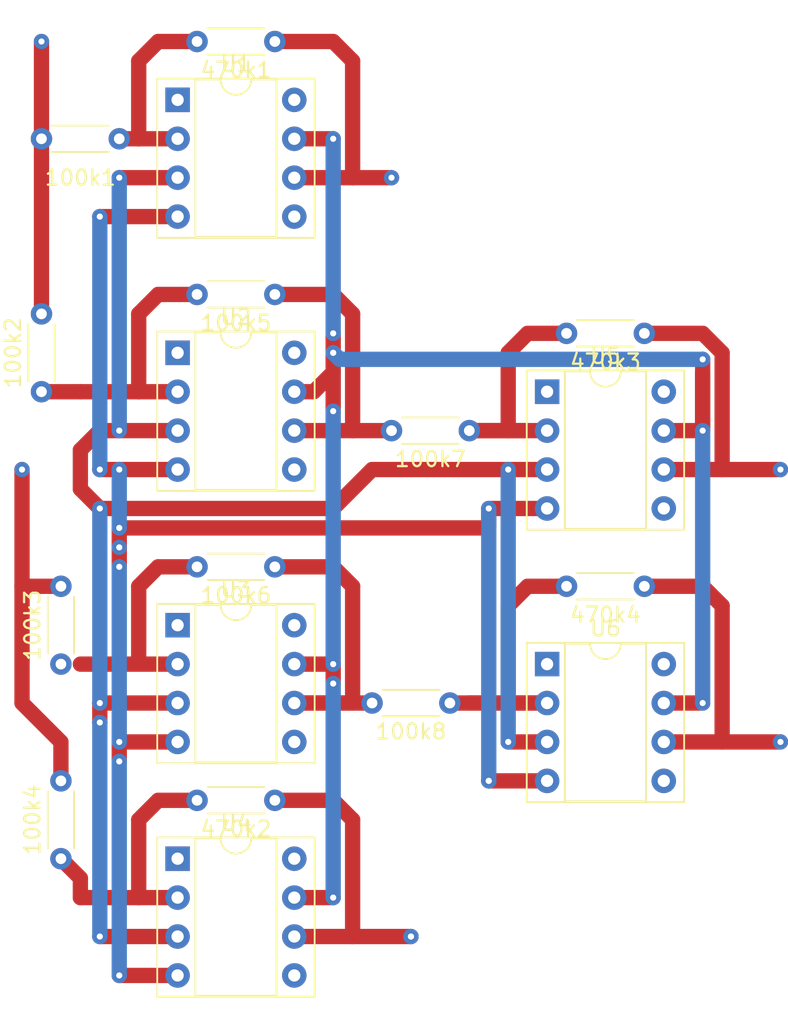
<source format=kicad_pcb>
(kicad_pcb (version 20171130) (host pcbnew "(5.0.0)")

  (general
    (thickness 1.6)
    (drawings 0)
    (tracks 166)
    (zones 0)
    (modules 18)
    (nets 36)
  )

  (page A4)
  (layers
    (0 F.Cu signal)
    (31 B.Cu signal)
    (32 B.Adhes user)
    (33 F.Adhes user)
    (34 B.Paste user)
    (35 F.Paste user)
    (36 B.SilkS user)
    (37 F.SilkS user)
    (38 B.Mask user)
    (39 F.Mask user)
    (40 Dwgs.User user)
    (41 Cmts.User user)
    (42 Eco1.User user)
    (43 Eco2.User user)
    (44 Edge.Cuts user)
    (45 Margin user)
    (46 B.CrtYd user)
    (47 F.CrtYd user)
    (48 B.Fab user)
    (49 F.Fab user)
  )

  (setup
    (last_trace_width 1)
    (trace_clearance 0.2)
    (zone_clearance 0.508)
    (zone_45_only no)
    (trace_min 0.2)
    (segment_width 0.2)
    (edge_width 0.15)
    (via_size 1)
    (via_drill 0.4)
    (via_min_size 0.4)
    (via_min_drill 0.3)
    (uvia_size 0.3)
    (uvia_drill 0.1)
    (uvias_allowed no)
    (uvia_min_size 0.2)
    (uvia_min_drill 0.1)
    (pcb_text_width 0.3)
    (pcb_text_size 1.5 1.5)
    (mod_edge_width 0.15)
    (mod_text_size 1 1)
    (mod_text_width 0.15)
    (pad_size 1.524 1.524)
    (pad_drill 0.762)
    (pad_to_mask_clearance 0.2)
    (aux_axis_origin 0 0)
    (visible_elements 7FFFFFFF)
    (pcbplotparams
      (layerselection 0x010fc_ffffffff)
      (usegerberextensions false)
      (usegerberattributes false)
      (usegerberadvancedattributes false)
      (creategerberjobfile false)
      (excludeedgelayer true)
      (linewidth 0.100000)
      (plotframeref false)
      (viasonmask false)
      (mode 1)
      (useauxorigin false)
      (hpglpennumber 1)
      (hpglpenspeed 20)
      (hpglpendiameter 15.000000)
      (psnegative false)
      (psa4output false)
      (plotreference true)
      (plotvalue true)
      (plotinvisibletext false)
      (padsonsilk false)
      (subtractmaskfromsilk false)
      (outputformat 1)
      (mirror false)
      (drillshape 1)
      (scaleselection 1)
      (outputdirectory ""))
  )

  (net 0 "")
  (net 1 "Net-(100k1-Pad2)")
  (net 2 "Net-(100k1-Pad1)")
  (net 3 "Net-(100k2-Pad1)")
  (net 4 "Net-(100k3-Pad1)")
  (net 5 "Net-(100k3-Pad2)")
  (net 6 "Net-(100k4-Pad1)")
  (net 7 "Net-(100k5-Pad1)")
  (net 8 "Net-(100k6-Pad1)")
  (net 9 "Net-(100k7-Pad1)")
  (net 10 "Net-(100k8-Pad1)")
  (net 11 "Net-(470k1-Pad1)")
  (net 12 "Net-(470k2-Pad1)")
  (net 13 "Net-(470k3-Pad1)")
  (net 14 "Net-(470k4-Pad1)")
  (net 15 "Net-(U1-Pad1)")
  (net 16 "Net-(U1-Pad5)")
  (net 17 Earth)
  (net 18 +15V)
  (net 19 -15V)
  (net 20 "Net-(U1-Pad8)")
  (net 21 "Net-(U2-Pad1)")
  (net 22 "Net-(U2-Pad5)")
  (net 23 "Net-(U2-Pad8)")
  (net 24 "Net-(U3-Pad8)")
  (net 25 "Net-(U3-Pad5)")
  (net 26 "Net-(U3-Pad1)")
  (net 27 "Net-(U4-Pad8)")
  (net 28 "Net-(U4-Pad5)")
  (net 29 "Net-(U4-Pad1)")
  (net 30 "Net-(U5-Pad8)")
  (net 31 "Net-(U5-Pad5)")
  (net 32 "Net-(U5-Pad1)")
  (net 33 "Net-(U6-Pad1)")
  (net 34 "Net-(U6-Pad5)")
  (net 35 "Net-(U6-Pad8)")

  (net_class Default "To jest domyślna klasa połączeń."
    (clearance 0.2)
    (trace_width 1)
    (via_dia 1)
    (via_drill 0.4)
    (uvia_dia 0.3)
    (uvia_drill 0.1)
    (add_net +15V)
    (add_net -15V)
    (add_net Earth)
    (add_net "Net-(100k1-Pad1)")
    (add_net "Net-(100k1-Pad2)")
    (add_net "Net-(100k2-Pad1)")
    (add_net "Net-(100k3-Pad1)")
    (add_net "Net-(100k3-Pad2)")
    (add_net "Net-(100k4-Pad1)")
    (add_net "Net-(100k5-Pad1)")
    (add_net "Net-(100k6-Pad1)")
    (add_net "Net-(100k7-Pad1)")
    (add_net "Net-(100k8-Pad1)")
    (add_net "Net-(470k1-Pad1)")
    (add_net "Net-(470k2-Pad1)")
    (add_net "Net-(470k3-Pad1)")
    (add_net "Net-(470k4-Pad1)")
    (add_net "Net-(U1-Pad1)")
    (add_net "Net-(U1-Pad5)")
    (add_net "Net-(U1-Pad8)")
    (add_net "Net-(U2-Pad1)")
    (add_net "Net-(U2-Pad5)")
    (add_net "Net-(U2-Pad8)")
    (add_net "Net-(U3-Pad1)")
    (add_net "Net-(U3-Pad5)")
    (add_net "Net-(U3-Pad8)")
    (add_net "Net-(U4-Pad1)")
    (add_net "Net-(U4-Pad5)")
    (add_net "Net-(U4-Pad8)")
    (add_net "Net-(U5-Pad1)")
    (add_net "Net-(U5-Pad5)")
    (add_net "Net-(U5-Pad8)")
    (add_net "Net-(U6-Pad1)")
    (add_net "Net-(U6-Pad5)")
    (add_net "Net-(U6-Pad8)")
  )

  (module Resistors_THT:R_Axial_DIN0204_L3.6mm_D1.6mm_P5.08mm_Horizontal (layer F.Cu) (tedit 5874F706) (tstamp 5BBCE2F6)
    (at 125.73 63.5 180)
    (descr "Resistor, Axial_DIN0204 series, Axial, Horizontal, pin pitch=5.08mm, 0.16666666666666666W = 1/6W, length*diameter=3.6*1.6mm^2, http://cdn-reichelt.de/documents/datenblatt/B400/1_4W%23YAG.pdf")
    (tags "Resistor Axial_DIN0204 series Axial Horizontal pin pitch 5.08mm 0.16666666666666666W = 1/6W length 3.6mm diameter 1.6mm")
    (path /5BBCD028)
    (fp_text reference 100k1 (at 2.54 -2.54 180) (layer F.SilkS)
      (effects (font (size 1 1) (thickness 0.15)))
    )
    (fp_text value R (at 2.54 1.86 180) (layer F.Fab)
      (effects (font (size 1 1) (thickness 0.15)))
    )
    (fp_line (start 6.05 -1.15) (end -0.95 -1.15) (layer F.CrtYd) (width 0.05))
    (fp_line (start 6.05 1.15) (end 6.05 -1.15) (layer F.CrtYd) (width 0.05))
    (fp_line (start -0.95 1.15) (end 6.05 1.15) (layer F.CrtYd) (width 0.05))
    (fp_line (start -0.95 -1.15) (end -0.95 1.15) (layer F.CrtYd) (width 0.05))
    (fp_line (start 0.68 0.86) (end 4.4 0.86) (layer F.SilkS) (width 0.12))
    (fp_line (start 0.68 -0.86) (end 4.4 -0.86) (layer F.SilkS) (width 0.12))
    (fp_line (start 5.08 0) (end 4.34 0) (layer F.Fab) (width 0.1))
    (fp_line (start 0 0) (end 0.74 0) (layer F.Fab) (width 0.1))
    (fp_line (start 4.34 -0.8) (end 0.74 -0.8) (layer F.Fab) (width 0.1))
    (fp_line (start 4.34 0.8) (end 4.34 -0.8) (layer F.Fab) (width 0.1))
    (fp_line (start 0.74 0.8) (end 4.34 0.8) (layer F.Fab) (width 0.1))
    (fp_line (start 0.74 -0.8) (end 0.74 0.8) (layer F.Fab) (width 0.1))
    (pad 2 thru_hole oval (at 5.08 0 180) (size 1.4 1.4) (drill 0.7) (layers *.Cu *.Mask)
      (net 1 "Net-(100k1-Pad2)"))
    (pad 1 thru_hole circle (at 0 0 180) (size 1.4 1.4) (drill 0.7) (layers *.Cu *.Mask)
      (net 2 "Net-(100k1-Pad1)"))
    (model ${KISYS3DMOD}/Resistors_THT.3dshapes/R_Axial_DIN0204_L3.6mm_D1.6mm_P5.08mm_Horizontal.wrl
      (at (xyz 0 0 0))
      (scale (xyz 0.393701 0.393701 0.393701))
      (rotate (xyz 0 0 0))
    )
  )

  (module Resistors_THT:R_Axial_DIN0204_L3.6mm_D1.6mm_P5.08mm_Horizontal (layer F.Cu) (tedit 5874F706) (tstamp 5BBCE308)
    (at 120.65 80.01 90)
    (descr "Resistor, Axial_DIN0204 series, Axial, Horizontal, pin pitch=5.08mm, 0.16666666666666666W = 1/6W, length*diameter=3.6*1.6mm^2, http://cdn-reichelt.de/documents/datenblatt/B400/1_4W%23YAG.pdf")
    (tags "Resistor Axial_DIN0204 series Axial Horizontal pin pitch 5.08mm 0.16666666666666666W = 1/6W length 3.6mm diameter 1.6mm")
    (path /5BBCE3AF)
    (fp_text reference 100k2 (at 2.54 -1.86 90) (layer F.SilkS)
      (effects (font (size 1 1) (thickness 0.15)))
    )
    (fp_text value R (at 2.54 1.86 90) (layer F.Fab)
      (effects (font (size 1 1) (thickness 0.15)))
    )
    (fp_line (start 6.05 -1.15) (end -0.95 -1.15) (layer F.CrtYd) (width 0.05))
    (fp_line (start 6.05 1.15) (end 6.05 -1.15) (layer F.CrtYd) (width 0.05))
    (fp_line (start -0.95 1.15) (end 6.05 1.15) (layer F.CrtYd) (width 0.05))
    (fp_line (start -0.95 -1.15) (end -0.95 1.15) (layer F.CrtYd) (width 0.05))
    (fp_line (start 0.68 0.86) (end 4.4 0.86) (layer F.SilkS) (width 0.12))
    (fp_line (start 0.68 -0.86) (end 4.4 -0.86) (layer F.SilkS) (width 0.12))
    (fp_line (start 5.08 0) (end 4.34 0) (layer F.Fab) (width 0.1))
    (fp_line (start 0 0) (end 0.74 0) (layer F.Fab) (width 0.1))
    (fp_line (start 4.34 -0.8) (end 0.74 -0.8) (layer F.Fab) (width 0.1))
    (fp_line (start 4.34 0.8) (end 4.34 -0.8) (layer F.Fab) (width 0.1))
    (fp_line (start 0.74 0.8) (end 4.34 0.8) (layer F.Fab) (width 0.1))
    (fp_line (start 0.74 -0.8) (end 0.74 0.8) (layer F.Fab) (width 0.1))
    (pad 2 thru_hole oval (at 5.08 0 90) (size 1.4 1.4) (drill 0.7) (layers *.Cu *.Mask)
      (net 1 "Net-(100k1-Pad2)"))
    (pad 1 thru_hole circle (at 0 0 90) (size 1.4 1.4) (drill 0.7) (layers *.Cu *.Mask)
      (net 3 "Net-(100k2-Pad1)"))
    (model ${KISYS3DMOD}/Resistors_THT.3dshapes/R_Axial_DIN0204_L3.6mm_D1.6mm_P5.08mm_Horizontal.wrl
      (at (xyz 0 0 0))
      (scale (xyz 0.393701 0.393701 0.393701))
      (rotate (xyz 0 0 0))
    )
  )

  (module Resistors_THT:R_Axial_DIN0204_L3.6mm_D1.6mm_P5.08mm_Horizontal (layer F.Cu) (tedit 5874F706) (tstamp 5BBCE31A)
    (at 121.92 97.79 90)
    (descr "Resistor, Axial_DIN0204 series, Axial, Horizontal, pin pitch=5.08mm, 0.16666666666666666W = 1/6W, length*diameter=3.6*1.6mm^2, http://cdn-reichelt.de/documents/datenblatt/B400/1_4W%23YAG.pdf")
    (tags "Resistor Axial_DIN0204 series Axial Horizontal pin pitch 5.08mm 0.16666666666666666W = 1/6W length 3.6mm diameter 1.6mm")
    (path /5BBD0B9B)
    (fp_text reference 100k3 (at 2.54 -1.86 90) (layer F.SilkS)
      (effects (font (size 1 1) (thickness 0.15)))
    )
    (fp_text value R (at 2.54 1.86 90) (layer F.Fab)
      (effects (font (size 1 1) (thickness 0.15)))
    )
    (fp_line (start 0.74 -0.8) (end 0.74 0.8) (layer F.Fab) (width 0.1))
    (fp_line (start 0.74 0.8) (end 4.34 0.8) (layer F.Fab) (width 0.1))
    (fp_line (start 4.34 0.8) (end 4.34 -0.8) (layer F.Fab) (width 0.1))
    (fp_line (start 4.34 -0.8) (end 0.74 -0.8) (layer F.Fab) (width 0.1))
    (fp_line (start 0 0) (end 0.74 0) (layer F.Fab) (width 0.1))
    (fp_line (start 5.08 0) (end 4.34 0) (layer F.Fab) (width 0.1))
    (fp_line (start 0.68 -0.86) (end 4.4 -0.86) (layer F.SilkS) (width 0.12))
    (fp_line (start 0.68 0.86) (end 4.4 0.86) (layer F.SilkS) (width 0.12))
    (fp_line (start -0.95 -1.15) (end -0.95 1.15) (layer F.CrtYd) (width 0.05))
    (fp_line (start -0.95 1.15) (end 6.05 1.15) (layer F.CrtYd) (width 0.05))
    (fp_line (start 6.05 1.15) (end 6.05 -1.15) (layer F.CrtYd) (width 0.05))
    (fp_line (start 6.05 -1.15) (end -0.95 -1.15) (layer F.CrtYd) (width 0.05))
    (pad 1 thru_hole circle (at 0 0 90) (size 1.4 1.4) (drill 0.7) (layers *.Cu *.Mask)
      (net 4 "Net-(100k3-Pad1)"))
    (pad 2 thru_hole oval (at 5.08 0 90) (size 1.4 1.4) (drill 0.7) (layers *.Cu *.Mask)
      (net 5 "Net-(100k3-Pad2)"))
    (model ${KISYS3DMOD}/Resistors_THT.3dshapes/R_Axial_DIN0204_L3.6mm_D1.6mm_P5.08mm_Horizontal.wrl
      (at (xyz 0 0 0))
      (scale (xyz 0.393701 0.393701 0.393701))
      (rotate (xyz 0 0 0))
    )
  )

  (module Resistors_THT:R_Axial_DIN0204_L3.6mm_D1.6mm_P5.08mm_Horizontal (layer F.Cu) (tedit 5874F706) (tstamp 5BBCE32C)
    (at 121.92 110.49 90)
    (descr "Resistor, Axial_DIN0204 series, Axial, Horizontal, pin pitch=5.08mm, 0.16666666666666666W = 1/6W, length*diameter=3.6*1.6mm^2, http://cdn-reichelt.de/documents/datenblatt/B400/1_4W%23YAG.pdf")
    (tags "Resistor Axial_DIN0204 series Axial Horizontal pin pitch 5.08mm 0.16666666666666666W = 1/6W length 3.6mm diameter 1.6mm")
    (path /5BBD0B76)
    (fp_text reference 100k4 (at 2.54 -1.86 90) (layer F.SilkS)
      (effects (font (size 1 1) (thickness 0.15)))
    )
    (fp_text value R (at 2.54 1.86 90) (layer F.Fab)
      (effects (font (size 1 1) (thickness 0.15)))
    )
    (fp_line (start 0.74 -0.8) (end 0.74 0.8) (layer F.Fab) (width 0.1))
    (fp_line (start 0.74 0.8) (end 4.34 0.8) (layer F.Fab) (width 0.1))
    (fp_line (start 4.34 0.8) (end 4.34 -0.8) (layer F.Fab) (width 0.1))
    (fp_line (start 4.34 -0.8) (end 0.74 -0.8) (layer F.Fab) (width 0.1))
    (fp_line (start 0 0) (end 0.74 0) (layer F.Fab) (width 0.1))
    (fp_line (start 5.08 0) (end 4.34 0) (layer F.Fab) (width 0.1))
    (fp_line (start 0.68 -0.86) (end 4.4 -0.86) (layer F.SilkS) (width 0.12))
    (fp_line (start 0.68 0.86) (end 4.4 0.86) (layer F.SilkS) (width 0.12))
    (fp_line (start -0.95 -1.15) (end -0.95 1.15) (layer F.CrtYd) (width 0.05))
    (fp_line (start -0.95 1.15) (end 6.05 1.15) (layer F.CrtYd) (width 0.05))
    (fp_line (start 6.05 1.15) (end 6.05 -1.15) (layer F.CrtYd) (width 0.05))
    (fp_line (start 6.05 -1.15) (end -0.95 -1.15) (layer F.CrtYd) (width 0.05))
    (pad 1 thru_hole circle (at 0 0 90) (size 1.4 1.4) (drill 0.7) (layers *.Cu *.Mask)
      (net 6 "Net-(100k4-Pad1)"))
    (pad 2 thru_hole oval (at 5.08 0 90) (size 1.4 1.4) (drill 0.7) (layers *.Cu *.Mask)
      (net 5 "Net-(100k3-Pad2)"))
    (model ${KISYS3DMOD}/Resistors_THT.3dshapes/R_Axial_DIN0204_L3.6mm_D1.6mm_P5.08mm_Horizontal.wrl
      (at (xyz 0 0 0))
      (scale (xyz 0.393701 0.393701 0.393701))
      (rotate (xyz 0 0 0))
    )
  )

  (module Resistors_THT:R_Axial_DIN0204_L3.6mm_D1.6mm_P5.08mm_Horizontal (layer F.Cu) (tedit 5874F706) (tstamp 5BBCE33E)
    (at 135.89 73.66 180)
    (descr "Resistor, Axial_DIN0204 series, Axial, Horizontal, pin pitch=5.08mm, 0.16666666666666666W = 1/6W, length*diameter=3.6*1.6mm^2, http://cdn-reichelt.de/documents/datenblatt/B400/1_4W%23YAG.pdf")
    (tags "Resistor Axial_DIN0204 series Axial Horizontal pin pitch 5.08mm 0.16666666666666666W = 1/6W length 3.6mm diameter 1.6mm")
    (path /5BBCEA1E)
    (fp_text reference 100k5 (at 2.54 -1.86 180) (layer F.SilkS)
      (effects (font (size 1 1) (thickness 0.15)))
    )
    (fp_text value R (at 2.54 1.86 180) (layer F.Fab)
      (effects (font (size 1 1) (thickness 0.15)))
    )
    (fp_line (start 0.74 -0.8) (end 0.74 0.8) (layer F.Fab) (width 0.1))
    (fp_line (start 0.74 0.8) (end 4.34 0.8) (layer F.Fab) (width 0.1))
    (fp_line (start 4.34 0.8) (end 4.34 -0.8) (layer F.Fab) (width 0.1))
    (fp_line (start 4.34 -0.8) (end 0.74 -0.8) (layer F.Fab) (width 0.1))
    (fp_line (start 0 0) (end 0.74 0) (layer F.Fab) (width 0.1))
    (fp_line (start 5.08 0) (end 4.34 0) (layer F.Fab) (width 0.1))
    (fp_line (start 0.68 -0.86) (end 4.4 -0.86) (layer F.SilkS) (width 0.12))
    (fp_line (start 0.68 0.86) (end 4.4 0.86) (layer F.SilkS) (width 0.12))
    (fp_line (start -0.95 -1.15) (end -0.95 1.15) (layer F.CrtYd) (width 0.05))
    (fp_line (start -0.95 1.15) (end 6.05 1.15) (layer F.CrtYd) (width 0.05))
    (fp_line (start 6.05 1.15) (end 6.05 -1.15) (layer F.CrtYd) (width 0.05))
    (fp_line (start 6.05 -1.15) (end -0.95 -1.15) (layer F.CrtYd) (width 0.05))
    (pad 1 thru_hole circle (at 0 0 180) (size 1.4 1.4) (drill 0.7) (layers *.Cu *.Mask)
      (net 7 "Net-(100k5-Pad1)"))
    (pad 2 thru_hole oval (at 5.08 0 180) (size 1.4 1.4) (drill 0.7) (layers *.Cu *.Mask)
      (net 3 "Net-(100k2-Pad1)"))
    (model ${KISYS3DMOD}/Resistors_THT.3dshapes/R_Axial_DIN0204_L3.6mm_D1.6mm_P5.08mm_Horizontal.wrl
      (at (xyz 0 0 0))
      (scale (xyz 0.393701 0.393701 0.393701))
      (rotate (xyz 0 0 0))
    )
  )

  (module Resistors_THT:R_Axial_DIN0204_L3.6mm_D1.6mm_P5.08mm_Horizontal (layer F.Cu) (tedit 5874F706) (tstamp 5BBCE350)
    (at 135.89 91.44 180)
    (descr "Resistor, Axial_DIN0204 series, Axial, Horizontal, pin pitch=5.08mm, 0.16666666666666666W = 1/6W, length*diameter=3.6*1.6mm^2, http://cdn-reichelt.de/documents/datenblatt/B400/1_4W%23YAG.pdf")
    (tags "Resistor Axial_DIN0204 series Axial Horizontal pin pitch 5.08mm 0.16666666666666666W = 1/6W length 3.6mm diameter 1.6mm")
    (path /5BBD0BA4)
    (fp_text reference 100k6 (at 2.54 -1.86 180) (layer F.SilkS)
      (effects (font (size 1 1) (thickness 0.15)))
    )
    (fp_text value R (at 2.54 1.86 180) (layer F.Fab)
      (effects (font (size 1 1) (thickness 0.15)))
    )
    (fp_line (start 6.05 -1.15) (end -0.95 -1.15) (layer F.CrtYd) (width 0.05))
    (fp_line (start 6.05 1.15) (end 6.05 -1.15) (layer F.CrtYd) (width 0.05))
    (fp_line (start -0.95 1.15) (end 6.05 1.15) (layer F.CrtYd) (width 0.05))
    (fp_line (start -0.95 -1.15) (end -0.95 1.15) (layer F.CrtYd) (width 0.05))
    (fp_line (start 0.68 0.86) (end 4.4 0.86) (layer F.SilkS) (width 0.12))
    (fp_line (start 0.68 -0.86) (end 4.4 -0.86) (layer F.SilkS) (width 0.12))
    (fp_line (start 5.08 0) (end 4.34 0) (layer F.Fab) (width 0.1))
    (fp_line (start 0 0) (end 0.74 0) (layer F.Fab) (width 0.1))
    (fp_line (start 4.34 -0.8) (end 0.74 -0.8) (layer F.Fab) (width 0.1))
    (fp_line (start 4.34 0.8) (end 4.34 -0.8) (layer F.Fab) (width 0.1))
    (fp_line (start 0.74 0.8) (end 4.34 0.8) (layer F.Fab) (width 0.1))
    (fp_line (start 0.74 -0.8) (end 0.74 0.8) (layer F.Fab) (width 0.1))
    (pad 2 thru_hole oval (at 5.08 0 180) (size 1.4 1.4) (drill 0.7) (layers *.Cu *.Mask)
      (net 4 "Net-(100k3-Pad1)"))
    (pad 1 thru_hole circle (at 0 0 180) (size 1.4 1.4) (drill 0.7) (layers *.Cu *.Mask)
      (net 8 "Net-(100k6-Pad1)"))
    (model ${KISYS3DMOD}/Resistors_THT.3dshapes/R_Axial_DIN0204_L3.6mm_D1.6mm_P5.08mm_Horizontal.wrl
      (at (xyz 0 0 0))
      (scale (xyz 0.393701 0.393701 0.393701))
      (rotate (xyz 0 0 0))
    )
  )

  (module Resistors_THT:R_Axial_DIN0204_L3.6mm_D1.6mm_P5.08mm_Horizontal (layer F.Cu) (tedit 5874F706) (tstamp 5BBCE362)
    (at 148.59 82.55 180)
    (descr "Resistor, Axial_DIN0204 series, Axial, Horizontal, pin pitch=5.08mm, 0.16666666666666666W = 1/6W, length*diameter=3.6*1.6mm^2, http://cdn-reichelt.de/documents/datenblatt/B400/1_4W%23YAG.pdf")
    (tags "Resistor Axial_DIN0204 series Axial Horizontal pin pitch 5.08mm 0.16666666666666666W = 1/6W length 3.6mm diameter 1.6mm")
    (path /5BBCF72D)
    (fp_text reference 100k7 (at 2.54 -1.86 180) (layer F.SilkS)
      (effects (font (size 1 1) (thickness 0.15)))
    )
    (fp_text value R (at 2.54 1.86 180) (layer F.Fab)
      (effects (font (size 1 1) (thickness 0.15)))
    )
    (fp_line (start 6.05 -1.15) (end -0.95 -1.15) (layer F.CrtYd) (width 0.05))
    (fp_line (start 6.05 1.15) (end 6.05 -1.15) (layer F.CrtYd) (width 0.05))
    (fp_line (start -0.95 1.15) (end 6.05 1.15) (layer F.CrtYd) (width 0.05))
    (fp_line (start -0.95 -1.15) (end -0.95 1.15) (layer F.CrtYd) (width 0.05))
    (fp_line (start 0.68 0.86) (end 4.4 0.86) (layer F.SilkS) (width 0.12))
    (fp_line (start 0.68 -0.86) (end 4.4 -0.86) (layer F.SilkS) (width 0.12))
    (fp_line (start 5.08 0) (end 4.34 0) (layer F.Fab) (width 0.1))
    (fp_line (start 0 0) (end 0.74 0) (layer F.Fab) (width 0.1))
    (fp_line (start 4.34 -0.8) (end 0.74 -0.8) (layer F.Fab) (width 0.1))
    (fp_line (start 4.34 0.8) (end 4.34 -0.8) (layer F.Fab) (width 0.1))
    (fp_line (start 0.74 0.8) (end 4.34 0.8) (layer F.Fab) (width 0.1))
    (fp_line (start 0.74 -0.8) (end 0.74 0.8) (layer F.Fab) (width 0.1))
    (pad 2 thru_hole oval (at 5.08 0 180) (size 1.4 1.4) (drill 0.7) (layers *.Cu *.Mask)
      (net 7 "Net-(100k5-Pad1)"))
    (pad 1 thru_hole circle (at 0 0 180) (size 1.4 1.4) (drill 0.7) (layers *.Cu *.Mask)
      (net 9 "Net-(100k7-Pad1)"))
    (model ${KISYS3DMOD}/Resistors_THT.3dshapes/R_Axial_DIN0204_L3.6mm_D1.6mm_P5.08mm_Horizontal.wrl
      (at (xyz 0 0 0))
      (scale (xyz 0.393701 0.393701 0.393701))
      (rotate (xyz 0 0 0))
    )
  )

  (module Resistors_THT:R_Axial_DIN0204_L3.6mm_D1.6mm_P5.08mm_Horizontal (layer F.Cu) (tedit 5874F706) (tstamp 5BBCE374)
    (at 147.32 100.33 180)
    (descr "Resistor, Axial_DIN0204 series, Axial, Horizontal, pin pitch=5.08mm, 0.16666666666666666W = 1/6W, length*diameter=3.6*1.6mm^2, http://cdn-reichelt.de/documents/datenblatt/B400/1_4W%23YAG.pdf")
    (tags "Resistor Axial_DIN0204 series Axial Horizontal pin pitch 5.08mm 0.16666666666666666W = 1/6W length 3.6mm diameter 1.6mm")
    (path /5BBD0BB1)
    (fp_text reference 100k8 (at 2.54 -1.86 180) (layer F.SilkS)
      (effects (font (size 1 1) (thickness 0.15)))
    )
    (fp_text value R (at 2.54 1.86 180) (layer F.Fab)
      (effects (font (size 1 1) (thickness 0.15)))
    )
    (fp_line (start 0.74 -0.8) (end 0.74 0.8) (layer F.Fab) (width 0.1))
    (fp_line (start 0.74 0.8) (end 4.34 0.8) (layer F.Fab) (width 0.1))
    (fp_line (start 4.34 0.8) (end 4.34 -0.8) (layer F.Fab) (width 0.1))
    (fp_line (start 4.34 -0.8) (end 0.74 -0.8) (layer F.Fab) (width 0.1))
    (fp_line (start 0 0) (end 0.74 0) (layer F.Fab) (width 0.1))
    (fp_line (start 5.08 0) (end 4.34 0) (layer F.Fab) (width 0.1))
    (fp_line (start 0.68 -0.86) (end 4.4 -0.86) (layer F.SilkS) (width 0.12))
    (fp_line (start 0.68 0.86) (end 4.4 0.86) (layer F.SilkS) (width 0.12))
    (fp_line (start -0.95 -1.15) (end -0.95 1.15) (layer F.CrtYd) (width 0.05))
    (fp_line (start -0.95 1.15) (end 6.05 1.15) (layer F.CrtYd) (width 0.05))
    (fp_line (start 6.05 1.15) (end 6.05 -1.15) (layer F.CrtYd) (width 0.05))
    (fp_line (start 6.05 -1.15) (end -0.95 -1.15) (layer F.CrtYd) (width 0.05))
    (pad 1 thru_hole circle (at 0 0 180) (size 1.4 1.4) (drill 0.7) (layers *.Cu *.Mask)
      (net 10 "Net-(100k8-Pad1)"))
    (pad 2 thru_hole oval (at 5.08 0 180) (size 1.4 1.4) (drill 0.7) (layers *.Cu *.Mask)
      (net 8 "Net-(100k6-Pad1)"))
    (model ${KISYS3DMOD}/Resistors_THT.3dshapes/R_Axial_DIN0204_L3.6mm_D1.6mm_P5.08mm_Horizontal.wrl
      (at (xyz 0 0 0))
      (scale (xyz 0.393701 0.393701 0.393701))
      (rotate (xyz 0 0 0))
    )
  )

  (module Resistors_THT:R_Axial_DIN0204_L3.6mm_D1.6mm_P5.08mm_Horizontal (layer F.Cu) (tedit 5874F706) (tstamp 5BBCE386)
    (at 135.89 57.15 180)
    (descr "Resistor, Axial_DIN0204 series, Axial, Horizontal, pin pitch=5.08mm, 0.16666666666666666W = 1/6W, length*diameter=3.6*1.6mm^2, http://cdn-reichelt.de/documents/datenblatt/B400/1_4W%23YAG.pdf")
    (tags "Resistor Axial_DIN0204 series Axial Horizontal pin pitch 5.08mm 0.16666666666666666W = 1/6W length 3.6mm diameter 1.6mm")
    (path /5BBCD8AF)
    (fp_text reference 470k1 (at 2.54 -1.86 180) (layer F.SilkS)
      (effects (font (size 1 1) (thickness 0.15)))
    )
    (fp_text value R (at 2.54 1.86 180) (layer F.Fab)
      (effects (font (size 1 1) (thickness 0.15)))
    )
    (fp_line (start 0.74 -0.8) (end 0.74 0.8) (layer F.Fab) (width 0.1))
    (fp_line (start 0.74 0.8) (end 4.34 0.8) (layer F.Fab) (width 0.1))
    (fp_line (start 4.34 0.8) (end 4.34 -0.8) (layer F.Fab) (width 0.1))
    (fp_line (start 4.34 -0.8) (end 0.74 -0.8) (layer F.Fab) (width 0.1))
    (fp_line (start 0 0) (end 0.74 0) (layer F.Fab) (width 0.1))
    (fp_line (start 5.08 0) (end 4.34 0) (layer F.Fab) (width 0.1))
    (fp_line (start 0.68 -0.86) (end 4.4 -0.86) (layer F.SilkS) (width 0.12))
    (fp_line (start 0.68 0.86) (end 4.4 0.86) (layer F.SilkS) (width 0.12))
    (fp_line (start -0.95 -1.15) (end -0.95 1.15) (layer F.CrtYd) (width 0.05))
    (fp_line (start -0.95 1.15) (end 6.05 1.15) (layer F.CrtYd) (width 0.05))
    (fp_line (start 6.05 1.15) (end 6.05 -1.15) (layer F.CrtYd) (width 0.05))
    (fp_line (start 6.05 -1.15) (end -0.95 -1.15) (layer F.CrtYd) (width 0.05))
    (pad 1 thru_hole circle (at 0 0 180) (size 1.4 1.4) (drill 0.7) (layers *.Cu *.Mask)
      (net 11 "Net-(470k1-Pad1)"))
    (pad 2 thru_hole oval (at 5.08 0 180) (size 1.4 1.4) (drill 0.7) (layers *.Cu *.Mask)
      (net 2 "Net-(100k1-Pad1)"))
    (model ${KISYS3DMOD}/Resistors_THT.3dshapes/R_Axial_DIN0204_L3.6mm_D1.6mm_P5.08mm_Horizontal.wrl
      (at (xyz 0 0 0))
      (scale (xyz 0.393701 0.393701 0.393701))
      (rotate (xyz 0 0 0))
    )
  )

  (module Resistors_THT:R_Axial_DIN0204_L3.6mm_D1.6mm_P5.08mm_Horizontal (layer F.Cu) (tedit 5874F706) (tstamp 5BBCE398)
    (at 135.89 106.68 180)
    (descr "Resistor, Axial_DIN0204 series, Axial, Horizontal, pin pitch=5.08mm, 0.16666666666666666W = 1/6W, length*diameter=3.6*1.6mm^2, http://cdn-reichelt.de/documents/datenblatt/B400/1_4W%23YAG.pdf")
    (tags "Resistor Axial_DIN0204 series Axial Horizontal pin pitch 5.08mm 0.16666666666666666W = 1/6W length 3.6mm diameter 1.6mm")
    (path /5BBD0B8C)
    (fp_text reference 470k2 (at 2.54 -1.86 180) (layer F.SilkS)
      (effects (font (size 1 1) (thickness 0.15)))
    )
    (fp_text value R (at 2.54 1.86 180) (layer F.Fab)
      (effects (font (size 1 1) (thickness 0.15)))
    )
    (fp_line (start 6.05 -1.15) (end -0.95 -1.15) (layer F.CrtYd) (width 0.05))
    (fp_line (start 6.05 1.15) (end 6.05 -1.15) (layer F.CrtYd) (width 0.05))
    (fp_line (start -0.95 1.15) (end 6.05 1.15) (layer F.CrtYd) (width 0.05))
    (fp_line (start -0.95 -1.15) (end -0.95 1.15) (layer F.CrtYd) (width 0.05))
    (fp_line (start 0.68 0.86) (end 4.4 0.86) (layer F.SilkS) (width 0.12))
    (fp_line (start 0.68 -0.86) (end 4.4 -0.86) (layer F.SilkS) (width 0.12))
    (fp_line (start 5.08 0) (end 4.34 0) (layer F.Fab) (width 0.1))
    (fp_line (start 0 0) (end 0.74 0) (layer F.Fab) (width 0.1))
    (fp_line (start 4.34 -0.8) (end 0.74 -0.8) (layer F.Fab) (width 0.1))
    (fp_line (start 4.34 0.8) (end 4.34 -0.8) (layer F.Fab) (width 0.1))
    (fp_line (start 0.74 0.8) (end 4.34 0.8) (layer F.Fab) (width 0.1))
    (fp_line (start 0.74 -0.8) (end 0.74 0.8) (layer F.Fab) (width 0.1))
    (pad 2 thru_hole oval (at 5.08 0 180) (size 1.4 1.4) (drill 0.7) (layers *.Cu *.Mask)
      (net 6 "Net-(100k4-Pad1)"))
    (pad 1 thru_hole circle (at 0 0 180) (size 1.4 1.4) (drill 0.7) (layers *.Cu *.Mask)
      (net 12 "Net-(470k2-Pad1)"))
    (model ${KISYS3DMOD}/Resistors_THT.3dshapes/R_Axial_DIN0204_L3.6mm_D1.6mm_P5.08mm_Horizontal.wrl
      (at (xyz 0 0 0))
      (scale (xyz 0.393701 0.393701 0.393701))
      (rotate (xyz 0 0 0))
    )
  )

  (module Resistors_THT:R_Axial_DIN0204_L3.6mm_D1.6mm_P5.08mm_Horizontal (layer F.Cu) (tedit 5874F706) (tstamp 5BBCE3AA)
    (at 160.02 76.2 180)
    (descr "Resistor, Axial_DIN0204 series, Axial, Horizontal, pin pitch=5.08mm, 0.16666666666666666W = 1/6W, length*diameter=3.6*1.6mm^2, http://cdn-reichelt.de/documents/datenblatt/B400/1_4W%23YAG.pdf")
    (tags "Resistor Axial_DIN0204 series Axial Horizontal pin pitch 5.08mm 0.16666666666666666W = 1/6W length 3.6mm diameter 1.6mm")
    (path /5BBCFC71)
    (fp_text reference 470k3 (at 2.54 -1.86 180) (layer F.SilkS)
      (effects (font (size 1 1) (thickness 0.15)))
    )
    (fp_text value R (at 2.54 1.86 180) (layer F.Fab)
      (effects (font (size 1 1) (thickness 0.15)))
    )
    (fp_line (start 0.74 -0.8) (end 0.74 0.8) (layer F.Fab) (width 0.1))
    (fp_line (start 0.74 0.8) (end 4.34 0.8) (layer F.Fab) (width 0.1))
    (fp_line (start 4.34 0.8) (end 4.34 -0.8) (layer F.Fab) (width 0.1))
    (fp_line (start 4.34 -0.8) (end 0.74 -0.8) (layer F.Fab) (width 0.1))
    (fp_line (start 0 0) (end 0.74 0) (layer F.Fab) (width 0.1))
    (fp_line (start 5.08 0) (end 4.34 0) (layer F.Fab) (width 0.1))
    (fp_line (start 0.68 -0.86) (end 4.4 -0.86) (layer F.SilkS) (width 0.12))
    (fp_line (start 0.68 0.86) (end 4.4 0.86) (layer F.SilkS) (width 0.12))
    (fp_line (start -0.95 -1.15) (end -0.95 1.15) (layer F.CrtYd) (width 0.05))
    (fp_line (start -0.95 1.15) (end 6.05 1.15) (layer F.CrtYd) (width 0.05))
    (fp_line (start 6.05 1.15) (end 6.05 -1.15) (layer F.CrtYd) (width 0.05))
    (fp_line (start 6.05 -1.15) (end -0.95 -1.15) (layer F.CrtYd) (width 0.05))
    (pad 1 thru_hole circle (at 0 0 180) (size 1.4 1.4) (drill 0.7) (layers *.Cu *.Mask)
      (net 13 "Net-(470k3-Pad1)"))
    (pad 2 thru_hole oval (at 5.08 0 180) (size 1.4 1.4) (drill 0.7) (layers *.Cu *.Mask)
      (net 9 "Net-(100k7-Pad1)"))
    (model ${KISYS3DMOD}/Resistors_THT.3dshapes/R_Axial_DIN0204_L3.6mm_D1.6mm_P5.08mm_Horizontal.wrl
      (at (xyz 0 0 0))
      (scale (xyz 0.393701 0.393701 0.393701))
      (rotate (xyz 0 0 0))
    )
  )

  (module Resistors_THT:R_Axial_DIN0204_L3.6mm_D1.6mm_P5.08mm_Horizontal (layer F.Cu) (tedit 5874F706) (tstamp 5BBCE3BC)
    (at 160.02 92.71 180)
    (descr "Resistor, Axial_DIN0204 series, Axial, Horizontal, pin pitch=5.08mm, 0.16666666666666666W = 1/6W, length*diameter=3.6*1.6mm^2, http://cdn-reichelt.de/documents/datenblatt/B400/1_4W%23YAG.pdf")
    (tags "Resistor Axial_DIN0204 series Axial Horizontal pin pitch 5.08mm 0.16666666666666666W = 1/6W length 3.6mm diameter 1.6mm")
    (path /5BBD0BB8)
    (fp_text reference 470k4 (at 2.54 -1.86 180) (layer F.SilkS)
      (effects (font (size 1 1) (thickness 0.15)))
    )
    (fp_text value R (at 2.54 1.86 180) (layer F.Fab)
      (effects (font (size 1 1) (thickness 0.15)))
    )
    (fp_line (start 6.05 -1.15) (end -0.95 -1.15) (layer F.CrtYd) (width 0.05))
    (fp_line (start 6.05 1.15) (end 6.05 -1.15) (layer F.CrtYd) (width 0.05))
    (fp_line (start -0.95 1.15) (end 6.05 1.15) (layer F.CrtYd) (width 0.05))
    (fp_line (start -0.95 -1.15) (end -0.95 1.15) (layer F.CrtYd) (width 0.05))
    (fp_line (start 0.68 0.86) (end 4.4 0.86) (layer F.SilkS) (width 0.12))
    (fp_line (start 0.68 -0.86) (end 4.4 -0.86) (layer F.SilkS) (width 0.12))
    (fp_line (start 5.08 0) (end 4.34 0) (layer F.Fab) (width 0.1))
    (fp_line (start 0 0) (end 0.74 0) (layer F.Fab) (width 0.1))
    (fp_line (start 4.34 -0.8) (end 0.74 -0.8) (layer F.Fab) (width 0.1))
    (fp_line (start 4.34 0.8) (end 4.34 -0.8) (layer F.Fab) (width 0.1))
    (fp_line (start 0.74 0.8) (end 4.34 0.8) (layer F.Fab) (width 0.1))
    (fp_line (start 0.74 -0.8) (end 0.74 0.8) (layer F.Fab) (width 0.1))
    (pad 2 thru_hole oval (at 5.08 0 180) (size 1.4 1.4) (drill 0.7) (layers *.Cu *.Mask)
      (net 10 "Net-(100k8-Pad1)"))
    (pad 1 thru_hole circle (at 0 0 180) (size 1.4 1.4) (drill 0.7) (layers *.Cu *.Mask)
      (net 14 "Net-(470k4-Pad1)"))
    (model ${KISYS3DMOD}/Resistors_THT.3dshapes/R_Axial_DIN0204_L3.6mm_D1.6mm_P5.08mm_Horizontal.wrl
      (at (xyz 0 0 0))
      (scale (xyz 0.393701 0.393701 0.393701))
      (rotate (xyz 0 0 0))
    )
  )

  (module Housings_DIP:DIP-8_W7.62mm_Socket (layer F.Cu) (tedit 59C78D6B) (tstamp 5BBCE3E0)
    (at 129.54 60.96)
    (descr "8-lead though-hole mounted DIP package, row spacing 7.62 mm (300 mils), Socket")
    (tags "THT DIP DIL PDIP 2.54mm 7.62mm 300mil Socket")
    (path /5BBCC72F)
    (fp_text reference U1 (at 3.81 -2.33) (layer F.SilkS)
      (effects (font (size 1 1) (thickness 0.15)))
    )
    (fp_text value LM741 (at 3.81 9.95) (layer F.Fab)
      (effects (font (size 1 1) (thickness 0.15)))
    )
    (fp_arc (start 3.81 -1.33) (end 2.81 -1.33) (angle -180) (layer F.SilkS) (width 0.12))
    (fp_line (start 1.635 -1.27) (end 6.985 -1.27) (layer F.Fab) (width 0.1))
    (fp_line (start 6.985 -1.27) (end 6.985 8.89) (layer F.Fab) (width 0.1))
    (fp_line (start 6.985 8.89) (end 0.635 8.89) (layer F.Fab) (width 0.1))
    (fp_line (start 0.635 8.89) (end 0.635 -0.27) (layer F.Fab) (width 0.1))
    (fp_line (start 0.635 -0.27) (end 1.635 -1.27) (layer F.Fab) (width 0.1))
    (fp_line (start -1.27 -1.33) (end -1.27 8.95) (layer F.Fab) (width 0.1))
    (fp_line (start -1.27 8.95) (end 8.89 8.95) (layer F.Fab) (width 0.1))
    (fp_line (start 8.89 8.95) (end 8.89 -1.33) (layer F.Fab) (width 0.1))
    (fp_line (start 8.89 -1.33) (end -1.27 -1.33) (layer F.Fab) (width 0.1))
    (fp_line (start 2.81 -1.33) (end 1.16 -1.33) (layer F.SilkS) (width 0.12))
    (fp_line (start 1.16 -1.33) (end 1.16 8.95) (layer F.SilkS) (width 0.12))
    (fp_line (start 1.16 8.95) (end 6.46 8.95) (layer F.SilkS) (width 0.12))
    (fp_line (start 6.46 8.95) (end 6.46 -1.33) (layer F.SilkS) (width 0.12))
    (fp_line (start 6.46 -1.33) (end 4.81 -1.33) (layer F.SilkS) (width 0.12))
    (fp_line (start -1.33 -1.39) (end -1.33 9.01) (layer F.SilkS) (width 0.12))
    (fp_line (start -1.33 9.01) (end 8.95 9.01) (layer F.SilkS) (width 0.12))
    (fp_line (start 8.95 9.01) (end 8.95 -1.39) (layer F.SilkS) (width 0.12))
    (fp_line (start 8.95 -1.39) (end -1.33 -1.39) (layer F.SilkS) (width 0.12))
    (fp_line (start -1.55 -1.6) (end -1.55 9.2) (layer F.CrtYd) (width 0.05))
    (fp_line (start -1.55 9.2) (end 9.15 9.2) (layer F.CrtYd) (width 0.05))
    (fp_line (start 9.15 9.2) (end 9.15 -1.6) (layer F.CrtYd) (width 0.05))
    (fp_line (start 9.15 -1.6) (end -1.55 -1.6) (layer F.CrtYd) (width 0.05))
    (fp_text user %R (at 3.81 3.81) (layer F.Fab)
      (effects (font (size 1 1) (thickness 0.15)))
    )
    (pad 1 thru_hole rect (at 0 0) (size 1.6 1.6) (drill 0.8) (layers *.Cu *.Mask)
      (net 15 "Net-(U1-Pad1)"))
    (pad 5 thru_hole oval (at 7.62 7.62) (size 1.6 1.6) (drill 0.8) (layers *.Cu *.Mask)
      (net 16 "Net-(U1-Pad5)"))
    (pad 2 thru_hole oval (at 0 2.54) (size 1.6 1.6) (drill 0.8) (layers *.Cu *.Mask)
      (net 2 "Net-(100k1-Pad1)"))
    (pad 6 thru_hole oval (at 7.62 5.08) (size 1.6 1.6) (drill 0.8) (layers *.Cu *.Mask)
      (net 11 "Net-(470k1-Pad1)"))
    (pad 3 thru_hole oval (at 0 5.08) (size 1.6 1.6) (drill 0.8) (layers *.Cu *.Mask)
      (net 17 Earth))
    (pad 7 thru_hole oval (at 7.62 2.54) (size 1.6 1.6) (drill 0.8) (layers *.Cu *.Mask)
      (net 18 +15V))
    (pad 4 thru_hole oval (at 0 7.62) (size 1.6 1.6) (drill 0.8) (layers *.Cu *.Mask)
      (net 19 -15V))
    (pad 8 thru_hole oval (at 7.62 0) (size 1.6 1.6) (drill 0.8) (layers *.Cu *.Mask)
      (net 20 "Net-(U1-Pad8)"))
    (model ${KISYS3DMOD}/Housings_DIP.3dshapes/DIP-8_W7.62mm_Socket.wrl
      (at (xyz 0 0 0))
      (scale (xyz 1 1 1))
      (rotate (xyz 0 0 0))
    )
  )

  (module Housings_DIP:DIP-8_W7.62mm_Socket (layer F.Cu) (tedit 59C78D6B) (tstamp 5BBCE404)
    (at 129.54 77.47)
    (descr "8-lead though-hole mounted DIP package, row spacing 7.62 mm (300 mils), Socket")
    (tags "THT DIP DIL PDIP 2.54mm 7.62mm 300mil Socket")
    (path /5BBCCA31)
    (fp_text reference U2 (at 3.81 -2.33) (layer F.SilkS)
      (effects (font (size 1 1) (thickness 0.15)))
    )
    (fp_text value LM741 (at 3.81 9.95) (layer F.Fab)
      (effects (font (size 1 1) (thickness 0.15)))
    )
    (fp_arc (start 3.81 -1.33) (end 2.81 -1.33) (angle -180) (layer F.SilkS) (width 0.12))
    (fp_line (start 1.635 -1.27) (end 6.985 -1.27) (layer F.Fab) (width 0.1))
    (fp_line (start 6.985 -1.27) (end 6.985 8.89) (layer F.Fab) (width 0.1))
    (fp_line (start 6.985 8.89) (end 0.635 8.89) (layer F.Fab) (width 0.1))
    (fp_line (start 0.635 8.89) (end 0.635 -0.27) (layer F.Fab) (width 0.1))
    (fp_line (start 0.635 -0.27) (end 1.635 -1.27) (layer F.Fab) (width 0.1))
    (fp_line (start -1.27 -1.33) (end -1.27 8.95) (layer F.Fab) (width 0.1))
    (fp_line (start -1.27 8.95) (end 8.89 8.95) (layer F.Fab) (width 0.1))
    (fp_line (start 8.89 8.95) (end 8.89 -1.33) (layer F.Fab) (width 0.1))
    (fp_line (start 8.89 -1.33) (end -1.27 -1.33) (layer F.Fab) (width 0.1))
    (fp_line (start 2.81 -1.33) (end 1.16 -1.33) (layer F.SilkS) (width 0.12))
    (fp_line (start 1.16 -1.33) (end 1.16 8.95) (layer F.SilkS) (width 0.12))
    (fp_line (start 1.16 8.95) (end 6.46 8.95) (layer F.SilkS) (width 0.12))
    (fp_line (start 6.46 8.95) (end 6.46 -1.33) (layer F.SilkS) (width 0.12))
    (fp_line (start 6.46 -1.33) (end 4.81 -1.33) (layer F.SilkS) (width 0.12))
    (fp_line (start -1.33 -1.39) (end -1.33 9.01) (layer F.SilkS) (width 0.12))
    (fp_line (start -1.33 9.01) (end 8.95 9.01) (layer F.SilkS) (width 0.12))
    (fp_line (start 8.95 9.01) (end 8.95 -1.39) (layer F.SilkS) (width 0.12))
    (fp_line (start 8.95 -1.39) (end -1.33 -1.39) (layer F.SilkS) (width 0.12))
    (fp_line (start -1.55 -1.6) (end -1.55 9.2) (layer F.CrtYd) (width 0.05))
    (fp_line (start -1.55 9.2) (end 9.15 9.2) (layer F.CrtYd) (width 0.05))
    (fp_line (start 9.15 9.2) (end 9.15 -1.6) (layer F.CrtYd) (width 0.05))
    (fp_line (start 9.15 -1.6) (end -1.55 -1.6) (layer F.CrtYd) (width 0.05))
    (fp_text user %R (at 3.81 3.81) (layer F.Fab)
      (effects (font (size 1 1) (thickness 0.15)))
    )
    (pad 1 thru_hole rect (at 0 0) (size 1.6 1.6) (drill 0.8) (layers *.Cu *.Mask)
      (net 21 "Net-(U2-Pad1)"))
    (pad 5 thru_hole oval (at 7.62 7.62) (size 1.6 1.6) (drill 0.8) (layers *.Cu *.Mask)
      (net 22 "Net-(U2-Pad5)"))
    (pad 2 thru_hole oval (at 0 2.54) (size 1.6 1.6) (drill 0.8) (layers *.Cu *.Mask)
      (net 3 "Net-(100k2-Pad1)"))
    (pad 6 thru_hole oval (at 7.62 5.08) (size 1.6 1.6) (drill 0.8) (layers *.Cu *.Mask)
      (net 7 "Net-(100k5-Pad1)"))
    (pad 3 thru_hole oval (at 0 5.08) (size 1.6 1.6) (drill 0.8) (layers *.Cu *.Mask)
      (net 17 Earth))
    (pad 7 thru_hole oval (at 7.62 2.54) (size 1.6 1.6) (drill 0.8) (layers *.Cu *.Mask)
      (net 18 +15V))
    (pad 4 thru_hole oval (at 0 7.62) (size 1.6 1.6) (drill 0.8) (layers *.Cu *.Mask)
      (net 19 -15V))
    (pad 8 thru_hole oval (at 7.62 0) (size 1.6 1.6) (drill 0.8) (layers *.Cu *.Mask)
      (net 23 "Net-(U2-Pad8)"))
    (model ${KISYS3DMOD}/Housings_DIP.3dshapes/DIP-8_W7.62mm_Socket.wrl
      (at (xyz 0 0 0))
      (scale (xyz 1 1 1))
      (rotate (xyz 0 0 0))
    )
  )

  (module Housings_DIP:DIP-8_W7.62mm_Socket (layer F.Cu) (tedit 59C78D6B) (tstamp 5BBCE428)
    (at 129.54 95.25)
    (descr "8-lead though-hole mounted DIP package, row spacing 7.62 mm (300 mils), Socket")
    (tags "THT DIP DIL PDIP 2.54mm 7.62mm 300mil Socket")
    (path /5BBD0B68)
    (fp_text reference U3 (at 3.81 -2.33) (layer F.SilkS)
      (effects (font (size 1 1) (thickness 0.15)))
    )
    (fp_text value LM741 (at 3.81 9.95) (layer F.Fab)
      (effects (font (size 1 1) (thickness 0.15)))
    )
    (fp_text user %R (at 3.81 3.81) (layer F.Fab)
      (effects (font (size 1 1) (thickness 0.15)))
    )
    (fp_line (start 9.15 -1.6) (end -1.55 -1.6) (layer F.CrtYd) (width 0.05))
    (fp_line (start 9.15 9.2) (end 9.15 -1.6) (layer F.CrtYd) (width 0.05))
    (fp_line (start -1.55 9.2) (end 9.15 9.2) (layer F.CrtYd) (width 0.05))
    (fp_line (start -1.55 -1.6) (end -1.55 9.2) (layer F.CrtYd) (width 0.05))
    (fp_line (start 8.95 -1.39) (end -1.33 -1.39) (layer F.SilkS) (width 0.12))
    (fp_line (start 8.95 9.01) (end 8.95 -1.39) (layer F.SilkS) (width 0.12))
    (fp_line (start -1.33 9.01) (end 8.95 9.01) (layer F.SilkS) (width 0.12))
    (fp_line (start -1.33 -1.39) (end -1.33 9.01) (layer F.SilkS) (width 0.12))
    (fp_line (start 6.46 -1.33) (end 4.81 -1.33) (layer F.SilkS) (width 0.12))
    (fp_line (start 6.46 8.95) (end 6.46 -1.33) (layer F.SilkS) (width 0.12))
    (fp_line (start 1.16 8.95) (end 6.46 8.95) (layer F.SilkS) (width 0.12))
    (fp_line (start 1.16 -1.33) (end 1.16 8.95) (layer F.SilkS) (width 0.12))
    (fp_line (start 2.81 -1.33) (end 1.16 -1.33) (layer F.SilkS) (width 0.12))
    (fp_line (start 8.89 -1.33) (end -1.27 -1.33) (layer F.Fab) (width 0.1))
    (fp_line (start 8.89 8.95) (end 8.89 -1.33) (layer F.Fab) (width 0.1))
    (fp_line (start -1.27 8.95) (end 8.89 8.95) (layer F.Fab) (width 0.1))
    (fp_line (start -1.27 -1.33) (end -1.27 8.95) (layer F.Fab) (width 0.1))
    (fp_line (start 0.635 -0.27) (end 1.635 -1.27) (layer F.Fab) (width 0.1))
    (fp_line (start 0.635 8.89) (end 0.635 -0.27) (layer F.Fab) (width 0.1))
    (fp_line (start 6.985 8.89) (end 0.635 8.89) (layer F.Fab) (width 0.1))
    (fp_line (start 6.985 -1.27) (end 6.985 8.89) (layer F.Fab) (width 0.1))
    (fp_line (start 1.635 -1.27) (end 6.985 -1.27) (layer F.Fab) (width 0.1))
    (fp_arc (start 3.81 -1.33) (end 2.81 -1.33) (angle -180) (layer F.SilkS) (width 0.12))
    (pad 8 thru_hole oval (at 7.62 0) (size 1.6 1.6) (drill 0.8) (layers *.Cu *.Mask)
      (net 24 "Net-(U3-Pad8)"))
    (pad 4 thru_hole oval (at 0 7.62) (size 1.6 1.6) (drill 0.8) (layers *.Cu *.Mask)
      (net 19 -15V))
    (pad 7 thru_hole oval (at 7.62 2.54) (size 1.6 1.6) (drill 0.8) (layers *.Cu *.Mask)
      (net 18 +15V))
    (pad 3 thru_hole oval (at 0 5.08) (size 1.6 1.6) (drill 0.8) (layers *.Cu *.Mask)
      (net 17 Earth))
    (pad 6 thru_hole oval (at 7.62 5.08) (size 1.6 1.6) (drill 0.8) (layers *.Cu *.Mask)
      (net 8 "Net-(100k6-Pad1)"))
    (pad 2 thru_hole oval (at 0 2.54) (size 1.6 1.6) (drill 0.8) (layers *.Cu *.Mask)
      (net 4 "Net-(100k3-Pad1)"))
    (pad 5 thru_hole oval (at 7.62 7.62) (size 1.6 1.6) (drill 0.8) (layers *.Cu *.Mask)
      (net 25 "Net-(U3-Pad5)"))
    (pad 1 thru_hole rect (at 0 0) (size 1.6 1.6) (drill 0.8) (layers *.Cu *.Mask)
      (net 26 "Net-(U3-Pad1)"))
    (model ${KISYS3DMOD}/Housings_DIP.3dshapes/DIP-8_W7.62mm_Socket.wrl
      (at (xyz 0 0 0))
      (scale (xyz 1 1 1))
      (rotate (xyz 0 0 0))
    )
  )

  (module Housings_DIP:DIP-8_W7.62mm_Socket (layer F.Cu) (tedit 59C78D6B) (tstamp 5BBCE44C)
    (at 129.54 110.49)
    (descr "8-lead though-hole mounted DIP package, row spacing 7.62 mm (300 mils), Socket")
    (tags "THT DIP DIL PDIP 2.54mm 7.62mm 300mil Socket")
    (path /5BBD0B61)
    (fp_text reference U4 (at 3.81 -2.33) (layer F.SilkS)
      (effects (font (size 1 1) (thickness 0.15)))
    )
    (fp_text value LM741 (at 3.81 9.95) (layer F.Fab)
      (effects (font (size 1 1) (thickness 0.15)))
    )
    (fp_text user %R (at 3.81 3.81) (layer F.Fab)
      (effects (font (size 1 1) (thickness 0.15)))
    )
    (fp_line (start 9.15 -1.6) (end -1.55 -1.6) (layer F.CrtYd) (width 0.05))
    (fp_line (start 9.15 9.2) (end 9.15 -1.6) (layer F.CrtYd) (width 0.05))
    (fp_line (start -1.55 9.2) (end 9.15 9.2) (layer F.CrtYd) (width 0.05))
    (fp_line (start -1.55 -1.6) (end -1.55 9.2) (layer F.CrtYd) (width 0.05))
    (fp_line (start 8.95 -1.39) (end -1.33 -1.39) (layer F.SilkS) (width 0.12))
    (fp_line (start 8.95 9.01) (end 8.95 -1.39) (layer F.SilkS) (width 0.12))
    (fp_line (start -1.33 9.01) (end 8.95 9.01) (layer F.SilkS) (width 0.12))
    (fp_line (start -1.33 -1.39) (end -1.33 9.01) (layer F.SilkS) (width 0.12))
    (fp_line (start 6.46 -1.33) (end 4.81 -1.33) (layer F.SilkS) (width 0.12))
    (fp_line (start 6.46 8.95) (end 6.46 -1.33) (layer F.SilkS) (width 0.12))
    (fp_line (start 1.16 8.95) (end 6.46 8.95) (layer F.SilkS) (width 0.12))
    (fp_line (start 1.16 -1.33) (end 1.16 8.95) (layer F.SilkS) (width 0.12))
    (fp_line (start 2.81 -1.33) (end 1.16 -1.33) (layer F.SilkS) (width 0.12))
    (fp_line (start 8.89 -1.33) (end -1.27 -1.33) (layer F.Fab) (width 0.1))
    (fp_line (start 8.89 8.95) (end 8.89 -1.33) (layer F.Fab) (width 0.1))
    (fp_line (start -1.27 8.95) (end 8.89 8.95) (layer F.Fab) (width 0.1))
    (fp_line (start -1.27 -1.33) (end -1.27 8.95) (layer F.Fab) (width 0.1))
    (fp_line (start 0.635 -0.27) (end 1.635 -1.27) (layer F.Fab) (width 0.1))
    (fp_line (start 0.635 8.89) (end 0.635 -0.27) (layer F.Fab) (width 0.1))
    (fp_line (start 6.985 8.89) (end 0.635 8.89) (layer F.Fab) (width 0.1))
    (fp_line (start 6.985 -1.27) (end 6.985 8.89) (layer F.Fab) (width 0.1))
    (fp_line (start 1.635 -1.27) (end 6.985 -1.27) (layer F.Fab) (width 0.1))
    (fp_arc (start 3.81 -1.33) (end 2.81 -1.33) (angle -180) (layer F.SilkS) (width 0.12))
    (pad 8 thru_hole oval (at 7.62 0) (size 1.6 1.6) (drill 0.8) (layers *.Cu *.Mask)
      (net 27 "Net-(U4-Pad8)"))
    (pad 4 thru_hole oval (at 0 7.62) (size 1.6 1.6) (drill 0.8) (layers *.Cu *.Mask)
      (net 19 -15V))
    (pad 7 thru_hole oval (at 7.62 2.54) (size 1.6 1.6) (drill 0.8) (layers *.Cu *.Mask)
      (net 18 +15V))
    (pad 3 thru_hole oval (at 0 5.08) (size 1.6 1.6) (drill 0.8) (layers *.Cu *.Mask)
      (net 17 Earth))
    (pad 6 thru_hole oval (at 7.62 5.08) (size 1.6 1.6) (drill 0.8) (layers *.Cu *.Mask)
      (net 12 "Net-(470k2-Pad1)"))
    (pad 2 thru_hole oval (at 0 2.54) (size 1.6 1.6) (drill 0.8) (layers *.Cu *.Mask)
      (net 6 "Net-(100k4-Pad1)"))
    (pad 5 thru_hole oval (at 7.62 7.62) (size 1.6 1.6) (drill 0.8) (layers *.Cu *.Mask)
      (net 28 "Net-(U4-Pad5)"))
    (pad 1 thru_hole rect (at 0 0) (size 1.6 1.6) (drill 0.8) (layers *.Cu *.Mask)
      (net 29 "Net-(U4-Pad1)"))
    (model ${KISYS3DMOD}/Housings_DIP.3dshapes/DIP-8_W7.62mm_Socket.wrl
      (at (xyz 0 0 0))
      (scale (xyz 1 1 1))
      (rotate (xyz 0 0 0))
    )
  )

  (module Housings_DIP:DIP-8_W7.62mm_Socket (layer F.Cu) (tedit 59C78D6B) (tstamp 5BBCE470)
    (at 153.67 80.01)
    (descr "8-lead though-hole mounted DIP package, row spacing 7.62 mm (300 mils), Socket")
    (tags "THT DIP DIL PDIP 2.54mm 7.62mm 300mil Socket")
    (path /5BBCCA38)
    (fp_text reference U5 (at 3.81 -2.33) (layer F.SilkS)
      (effects (font (size 1 1) (thickness 0.15)))
    )
    (fp_text value LM741 (at 3.81 9.95) (layer F.Fab)
      (effects (font (size 1 1) (thickness 0.15)))
    )
    (fp_text user %R (at 3.81 3.81) (layer F.Fab)
      (effects (font (size 1 1) (thickness 0.15)))
    )
    (fp_line (start 9.15 -1.6) (end -1.55 -1.6) (layer F.CrtYd) (width 0.05))
    (fp_line (start 9.15 9.2) (end 9.15 -1.6) (layer F.CrtYd) (width 0.05))
    (fp_line (start -1.55 9.2) (end 9.15 9.2) (layer F.CrtYd) (width 0.05))
    (fp_line (start -1.55 -1.6) (end -1.55 9.2) (layer F.CrtYd) (width 0.05))
    (fp_line (start 8.95 -1.39) (end -1.33 -1.39) (layer F.SilkS) (width 0.12))
    (fp_line (start 8.95 9.01) (end 8.95 -1.39) (layer F.SilkS) (width 0.12))
    (fp_line (start -1.33 9.01) (end 8.95 9.01) (layer F.SilkS) (width 0.12))
    (fp_line (start -1.33 -1.39) (end -1.33 9.01) (layer F.SilkS) (width 0.12))
    (fp_line (start 6.46 -1.33) (end 4.81 -1.33) (layer F.SilkS) (width 0.12))
    (fp_line (start 6.46 8.95) (end 6.46 -1.33) (layer F.SilkS) (width 0.12))
    (fp_line (start 1.16 8.95) (end 6.46 8.95) (layer F.SilkS) (width 0.12))
    (fp_line (start 1.16 -1.33) (end 1.16 8.95) (layer F.SilkS) (width 0.12))
    (fp_line (start 2.81 -1.33) (end 1.16 -1.33) (layer F.SilkS) (width 0.12))
    (fp_line (start 8.89 -1.33) (end -1.27 -1.33) (layer F.Fab) (width 0.1))
    (fp_line (start 8.89 8.95) (end 8.89 -1.33) (layer F.Fab) (width 0.1))
    (fp_line (start -1.27 8.95) (end 8.89 8.95) (layer F.Fab) (width 0.1))
    (fp_line (start -1.27 -1.33) (end -1.27 8.95) (layer F.Fab) (width 0.1))
    (fp_line (start 0.635 -0.27) (end 1.635 -1.27) (layer F.Fab) (width 0.1))
    (fp_line (start 0.635 8.89) (end 0.635 -0.27) (layer F.Fab) (width 0.1))
    (fp_line (start 6.985 8.89) (end 0.635 8.89) (layer F.Fab) (width 0.1))
    (fp_line (start 6.985 -1.27) (end 6.985 8.89) (layer F.Fab) (width 0.1))
    (fp_line (start 1.635 -1.27) (end 6.985 -1.27) (layer F.Fab) (width 0.1))
    (fp_arc (start 3.81 -1.33) (end 2.81 -1.33) (angle -180) (layer F.SilkS) (width 0.12))
    (pad 8 thru_hole oval (at 7.62 0) (size 1.6 1.6) (drill 0.8) (layers *.Cu *.Mask)
      (net 30 "Net-(U5-Pad8)"))
    (pad 4 thru_hole oval (at 0 7.62) (size 1.6 1.6) (drill 0.8) (layers *.Cu *.Mask)
      (net 19 -15V))
    (pad 7 thru_hole oval (at 7.62 2.54) (size 1.6 1.6) (drill 0.8) (layers *.Cu *.Mask)
      (net 18 +15V))
    (pad 3 thru_hole oval (at 0 5.08) (size 1.6 1.6) (drill 0.8) (layers *.Cu *.Mask)
      (net 17 Earth))
    (pad 6 thru_hole oval (at 7.62 5.08) (size 1.6 1.6) (drill 0.8) (layers *.Cu *.Mask)
      (net 13 "Net-(470k3-Pad1)"))
    (pad 2 thru_hole oval (at 0 2.54) (size 1.6 1.6) (drill 0.8) (layers *.Cu *.Mask)
      (net 9 "Net-(100k7-Pad1)"))
    (pad 5 thru_hole oval (at 7.62 7.62) (size 1.6 1.6) (drill 0.8) (layers *.Cu *.Mask)
      (net 31 "Net-(U5-Pad5)"))
    (pad 1 thru_hole rect (at 0 0) (size 1.6 1.6) (drill 0.8) (layers *.Cu *.Mask)
      (net 32 "Net-(U5-Pad1)"))
    (model ${KISYS3DMOD}/Housings_DIP.3dshapes/DIP-8_W7.62mm_Socket.wrl
      (at (xyz 0 0 0))
      (scale (xyz 1 1 1))
      (rotate (xyz 0 0 0))
    )
  )

  (module Housings_DIP:DIP-8_W7.62mm_Socket (layer F.Cu) (tedit 59C78D6B) (tstamp 5BBCE494)
    (at 153.67 97.79)
    (descr "8-lead though-hole mounted DIP package, row spacing 7.62 mm (300 mils), Socket")
    (tags "THT DIP DIL PDIP 2.54mm 7.62mm 300mil Socket")
    (path /5BBD0B6F)
    (fp_text reference U6 (at 3.81 -2.33) (layer F.SilkS)
      (effects (font (size 1 1) (thickness 0.15)))
    )
    (fp_text value LM741 (at 3.81 9.95) (layer F.Fab)
      (effects (font (size 1 1) (thickness 0.15)))
    )
    (fp_arc (start 3.81 -1.33) (end 2.81 -1.33) (angle -180) (layer F.SilkS) (width 0.12))
    (fp_line (start 1.635 -1.27) (end 6.985 -1.27) (layer F.Fab) (width 0.1))
    (fp_line (start 6.985 -1.27) (end 6.985 8.89) (layer F.Fab) (width 0.1))
    (fp_line (start 6.985 8.89) (end 0.635 8.89) (layer F.Fab) (width 0.1))
    (fp_line (start 0.635 8.89) (end 0.635 -0.27) (layer F.Fab) (width 0.1))
    (fp_line (start 0.635 -0.27) (end 1.635 -1.27) (layer F.Fab) (width 0.1))
    (fp_line (start -1.27 -1.33) (end -1.27 8.95) (layer F.Fab) (width 0.1))
    (fp_line (start -1.27 8.95) (end 8.89 8.95) (layer F.Fab) (width 0.1))
    (fp_line (start 8.89 8.95) (end 8.89 -1.33) (layer F.Fab) (width 0.1))
    (fp_line (start 8.89 -1.33) (end -1.27 -1.33) (layer F.Fab) (width 0.1))
    (fp_line (start 2.81 -1.33) (end 1.16 -1.33) (layer F.SilkS) (width 0.12))
    (fp_line (start 1.16 -1.33) (end 1.16 8.95) (layer F.SilkS) (width 0.12))
    (fp_line (start 1.16 8.95) (end 6.46 8.95) (layer F.SilkS) (width 0.12))
    (fp_line (start 6.46 8.95) (end 6.46 -1.33) (layer F.SilkS) (width 0.12))
    (fp_line (start 6.46 -1.33) (end 4.81 -1.33) (layer F.SilkS) (width 0.12))
    (fp_line (start -1.33 -1.39) (end -1.33 9.01) (layer F.SilkS) (width 0.12))
    (fp_line (start -1.33 9.01) (end 8.95 9.01) (layer F.SilkS) (width 0.12))
    (fp_line (start 8.95 9.01) (end 8.95 -1.39) (layer F.SilkS) (width 0.12))
    (fp_line (start 8.95 -1.39) (end -1.33 -1.39) (layer F.SilkS) (width 0.12))
    (fp_line (start -1.55 -1.6) (end -1.55 9.2) (layer F.CrtYd) (width 0.05))
    (fp_line (start -1.55 9.2) (end 9.15 9.2) (layer F.CrtYd) (width 0.05))
    (fp_line (start 9.15 9.2) (end 9.15 -1.6) (layer F.CrtYd) (width 0.05))
    (fp_line (start 9.15 -1.6) (end -1.55 -1.6) (layer F.CrtYd) (width 0.05))
    (fp_text user %R (at 3.81 3.81) (layer F.Fab)
      (effects (font (size 1 1) (thickness 0.15)))
    )
    (pad 1 thru_hole rect (at 0 0) (size 1.6 1.6) (drill 0.8) (layers *.Cu *.Mask)
      (net 33 "Net-(U6-Pad1)"))
    (pad 5 thru_hole oval (at 7.62 7.62) (size 1.6 1.6) (drill 0.8) (layers *.Cu *.Mask)
      (net 34 "Net-(U6-Pad5)"))
    (pad 2 thru_hole oval (at 0 2.54) (size 1.6 1.6) (drill 0.8) (layers *.Cu *.Mask)
      (net 10 "Net-(100k8-Pad1)"))
    (pad 6 thru_hole oval (at 7.62 5.08) (size 1.6 1.6) (drill 0.8) (layers *.Cu *.Mask)
      (net 14 "Net-(470k4-Pad1)"))
    (pad 3 thru_hole oval (at 0 5.08) (size 1.6 1.6) (drill 0.8) (layers *.Cu *.Mask)
      (net 17 Earth))
    (pad 7 thru_hole oval (at 7.62 2.54) (size 1.6 1.6) (drill 0.8) (layers *.Cu *.Mask)
      (net 18 +15V))
    (pad 4 thru_hole oval (at 0 7.62) (size 1.6 1.6) (drill 0.8) (layers *.Cu *.Mask)
      (net 19 -15V))
    (pad 8 thru_hole oval (at 7.62 0) (size 1.6 1.6) (drill 0.8) (layers *.Cu *.Mask)
      (net 35 "Net-(U6-Pad8)"))
    (model ${KISYS3DMOD}/Housings_DIP.3dshapes/DIP-8_W7.62mm_Socket.wrl
      (at (xyz 0 0 0))
      (scale (xyz 1 1 1))
      (rotate (xyz 0 0 0))
    )
  )

  (segment (start 120.65 63.5) (end 120.65 57.15) (width 1) (layer F.Cu) (net 1))
  (via (at 120.65 57.15) (size 1) (drill 0.4) (layers F.Cu B.Cu) (net 1))
  (segment (start 120.65 64.77) (end 120.65 63.5) (width 1) (layer F.Cu) (net 1))
  (segment (start 120.65 64.77) (end 120.65 74.93) (width 1) (layer F.Cu) (net 1))
  (segment (start 127 63.5) (end 125.73 63.5) (width 1) (layer F.Cu) (net 2))
  (segment (start 129.54 63.5) (end 127 63.5) (width 1) (layer F.Cu) (net 2))
  (segment (start 128.27 57.15) (end 130.81 57.15) (width 1) (layer F.Cu) (net 2))
  (segment (start 127 63.5) (end 127 58.42) (width 1) (layer F.Cu) (net 2))
  (segment (start 127 58.42) (end 128.27 57.15) (width 1) (layer F.Cu) (net 2))
  (segment (start 127 80.01) (end 127 74.93) (width 1) (layer F.Cu) (net 3))
  (segment (start 129.54 80.01) (end 127 80.01) (width 1) (layer F.Cu) (net 3))
  (segment (start 128.27 73.66) (end 130.81 73.66) (width 1) (layer F.Cu) (net 3))
  (segment (start 127 74.93) (end 128.27 73.66) (width 1) (layer F.Cu) (net 3))
  (segment (start 123.19 80.01) (end 120.65 80.01) (width 1) (layer F.Cu) (net 3))
  (segment (start 127 80.01) (end 123.19 80.01) (width 1) (layer F.Cu) (net 3))
  (segment (start 130.81 91.44) (end 128.27 91.44) (width 1) (layer F.Cu) (net 4))
  (segment (start 128.27 91.44) (end 127 92.71) (width 1) (layer F.Cu) (net 4))
  (segment (start 127 92.71) (end 127 97.79) (width 1) (layer F.Cu) (net 4))
  (segment (start 129.54 97.79) (end 127 97.79) (width 1) (layer F.Cu) (net 4))
  (segment (start 127 97.79) (end 125.73 97.79) (width 1) (layer F.Cu) (net 4))
  (segment (start 125.73 97.79) (end 123.19 97.79) (width 1) (layer F.Cu) (net 4))
  (segment (start 121.92 105.41) (end 121.92 102.87) (width 1) (layer F.Cu) (net 5))
  (segment (start 121.92 102.87) (end 119.38 100.33) (width 1) (layer F.Cu) (net 5))
  (segment (start 119.38 100.33) (end 119.38 92.71) (width 1) (layer F.Cu) (net 5))
  (segment (start 119.38 92.71) (end 121.92 92.71) (width 1) (layer F.Cu) (net 5))
  (segment (start 119.38 92.71) (end 119.38 85.09) (width 1) (layer F.Cu) (net 5))
  (via (at 119.38 85.09) (size 1) (drill 0.4) (layers F.Cu B.Cu) (net 5))
  (segment (start 130.81 106.68) (end 128.27 106.68) (width 1) (layer F.Cu) (net 6))
  (segment (start 128.27 106.68) (end 127 107.95) (width 1) (layer F.Cu) (net 6))
  (segment (start 127 107.95) (end 127 113.03) (width 1) (layer F.Cu) (net 6))
  (segment (start 129.54 113.03) (end 127 113.03) (width 1) (layer F.Cu) (net 6))
  (segment (start 123.19 111.76) (end 121.92 110.49) (width 1) (layer F.Cu) (net 6))
  (segment (start 127 113.03) (end 123.19 113.03) (width 1) (layer F.Cu) (net 6))
  (segment (start 123.19 113.03) (end 123.19 111.76) (width 1) (layer F.Cu) (net 6))
  (segment (start 137.16 82.55) (end 140.97 82.55) (width 1) (layer F.Cu) (net 7))
  (segment (start 140.97 82.55) (end 140.97 74.93) (width 1) (layer F.Cu) (net 7))
  (segment (start 140.97 74.93) (end 139.7 73.66) (width 1) (layer F.Cu) (net 7))
  (segment (start 139.7 73.66) (end 135.89 73.66) (width 1) (layer F.Cu) (net 7))
  (segment (start 143.51 82.55) (end 140.97 82.55) (width 1) (layer F.Cu) (net 7))
  (segment (start 139.7 100.33) (end 137.16 100.33) (width 1) (layer F.Cu) (net 8))
  (segment (start 140.97 100.33) (end 139.7 100.33) (width 1) (layer F.Cu) (net 8))
  (segment (start 140.97 92.71) (end 140.97 100.33) (width 1) (layer F.Cu) (net 8))
  (segment (start 135.89 91.44) (end 139.7 91.44) (width 1) (layer F.Cu) (net 8))
  (segment (start 139.7 91.44) (end 140.97 92.71) (width 1) (layer F.Cu) (net 8))
  (segment (start 142.24 100.33) (end 137.16 100.33) (width 1) (layer F.Cu) (net 8))
  (segment (start 152.4 82.55) (end 148.59 82.55) (width 1) (layer F.Cu) (net 9))
  (segment (start 154.94 76.2) (end 152.4 76.2) (width 1) (layer F.Cu) (net 9))
  (segment (start 152.4 76.2) (end 151.13 77.47) (width 1) (layer F.Cu) (net 9))
  (segment (start 151.13 77.47) (end 151.13 82.55) (width 1) (layer F.Cu) (net 9))
  (segment (start 153.67 82.55) (end 151.13 82.55) (width 1) (layer F.Cu) (net 9))
  (segment (start 151.13 82.55) (end 148.59 82.55) (width 1) (layer F.Cu) (net 9))
  (segment (start 154.94 92.71) (end 152.4 92.71) (width 1) (layer F.Cu) (net 10))
  (segment (start 151.13 93.98) (end 151.13 100.33) (width 1) (layer F.Cu) (net 10))
  (segment (start 152.4 92.71) (end 151.13 93.98) (width 1) (layer F.Cu) (net 10))
  (segment (start 153.67 100.33) (end 151.13 100.33) (width 1) (layer F.Cu) (net 10))
  (segment (start 151.13 100.33) (end 148.59 100.33) (width 1) (layer F.Cu) (net 10))
  (segment (start 147.32 100.33) (end 153.67 100.33) (width 1) (layer F.Cu) (net 10))
  (segment (start 139.7 57.15) (end 135.89 57.15) (width 1) (layer F.Cu) (net 11))
  (segment (start 140.97 58.42) (end 139.7 57.15) (width 1) (layer F.Cu) (net 11))
  (segment (start 137.16 66.04) (end 140.97 66.04) (width 1) (layer F.Cu) (net 11))
  (segment (start 140.97 66.04) (end 140.97 58.42) (width 1) (layer F.Cu) (net 11))
  (segment (start 140.97 66.04) (end 143.51 66.04) (width 1) (layer F.Cu) (net 11))
  (via (at 143.51 66.04) (size 1) (drill 0.4) (layers F.Cu B.Cu) (net 11))
  (segment (start 137.16 115.57) (end 140.97 115.57) (width 1) (layer F.Cu) (net 12))
  (segment (start 140.97 115.57) (end 140.97 107.95) (width 1) (layer F.Cu) (net 12))
  (segment (start 140.97 107.95) (end 139.7 106.68) (width 1) (layer F.Cu) (net 12))
  (segment (start 139.7 106.68) (end 135.89 106.68) (width 1) (layer F.Cu) (net 12))
  (via (at 144.78 115.57) (size 1) (drill 0.4) (layers F.Cu B.Cu) (net 12))
  (segment (start 140.97 115.57) (end 144.78 115.57) (width 1) (layer F.Cu) (net 12))
  (via (at 144.78 115.57) (size 1) (drill 0.4) (layers F.Cu B.Cu) (net 12))
  (segment (start 161.29 85.09) (end 165.1 85.09) (width 1) (layer F.Cu) (net 13))
  (segment (start 165.1 85.09) (end 165.1 77.47) (width 1) (layer F.Cu) (net 13))
  (segment (start 165.1 77.47) (end 163.83 76.2) (width 1) (layer F.Cu) (net 13))
  (segment (start 163.83 76.2) (end 160.02 76.2) (width 1) (layer F.Cu) (net 13))
  (segment (start 165.1 85.09) (end 168.91 85.09) (width 1) (layer F.Cu) (net 13))
  (via (at 168.91 85.09) (size 1) (drill 0.4) (layers F.Cu B.Cu) (net 13))
  (segment (start 163.83 92.71) (end 160.02 92.71) (width 1) (layer F.Cu) (net 14))
  (segment (start 165.1 93.98) (end 163.83 92.71) (width 1) (layer F.Cu) (net 14))
  (segment (start 161.29 102.87) (end 165.1 102.87) (width 1) (layer F.Cu) (net 14))
  (segment (start 165.1 102.87) (end 165.1 93.98) (width 1) (layer F.Cu) (net 14))
  (segment (start 165.1 102.87) (end 168.91 102.87) (width 1) (layer F.Cu) (net 14))
  (via (at 168.91 102.87) (size 1) (drill 0.4) (layers F.Cu B.Cu) (net 14))
  (segment (start 142.24 85.09) (end 139.7 87.63) (width 1) (layer F.Cu) (net 17))
  (segment (start 139.7 87.63) (end 124.46 87.63) (width 1) (layer F.Cu) (net 17))
  (segment (start 124.46 87.63) (end 123.19 86.36) (width 1) (layer F.Cu) (net 17))
  (segment (start 123.19 86.36) (end 123.19 83.82) (width 1) (layer F.Cu) (net 17))
  (segment (start 153.67 85.09) (end 142.24 85.09) (width 1) (layer F.Cu) (net 17))
  (segment (start 123.19 83.82) (end 124.46 82.55) (width 1) (layer F.Cu) (net 17))
  (segment (start 153.67 102.87) (end 151.13 102.87) (width 1) (layer F.Cu) (net 17))
  (via (at 151.13 102.87) (size 1) (drill 0.4) (layers F.Cu B.Cu) (net 17))
  (segment (start 151.13 102.87) (end 151.13 85.09) (width 1) (layer B.Cu) (net 17))
  (via (at 151.13 85.09) (size 1) (drill 0.4) (layers F.Cu B.Cu) (net 17))
  (via (at 125.73 82.55) (size 1) (drill 0.4) (layers F.Cu B.Cu) (net 17))
  (segment (start 125.73 82.55) (end 129.54 82.55) (width 1) (layer F.Cu) (net 17))
  (segment (start 124.46 82.55) (end 125.73 82.55) (width 1) (layer F.Cu) (net 17))
  (segment (start 125.73 82.55) (end 125.73 66.04) (width 1) (layer B.Cu) (net 17))
  (via (at 125.73 66.04) (size 1) (drill 0.4) (layers F.Cu B.Cu) (net 17))
  (segment (start 129.54 66.04) (end 125.73 66.04) (width 1) (layer F.Cu) (net 17))
  (via (at 124.46 87.63) (size 1) (drill 0.4) (layers F.Cu B.Cu) (net 17))
  (segment (start 124.46 87.63) (end 124.46 100.33) (width 1) (layer B.Cu) (net 17))
  (via (at 124.46 100.33) (size 1) (drill 0.4) (layers F.Cu B.Cu) (net 17))
  (segment (start 124.46 100.33) (end 129.54 100.33) (width 1) (layer F.Cu) (net 17))
  (segment (start 124.46 100.33) (end 124.46 101.6) (width 1) (layer F.Cu) (net 17))
  (via (at 124.46 101.6) (size 1) (drill 0.4) (layers F.Cu B.Cu) (net 17))
  (segment (start 124.46 101.6) (end 124.46 115.57) (width 1) (layer B.Cu) (net 17))
  (via (at 124.46 115.57) (size 1) (drill 0.4) (layers F.Cu B.Cu) (net 17))
  (segment (start 124.46 115.57) (end 129.54 115.57) (width 1) (layer F.Cu) (net 17))
  (segment (start 161.29 100.33) (end 163.83 100.33) (width 1) (layer F.Cu) (net 18))
  (via (at 163.83 100.33) (size 1) (drill 0.4) (layers F.Cu B.Cu) (net 18))
  (segment (start 163.83 100.33) (end 163.83 82.55) (width 1) (layer B.Cu) (net 18))
  (via (at 163.83 82.55) (size 1) (drill 0.4) (layers F.Cu B.Cu) (net 18))
  (segment (start 163.83 82.55) (end 161.29 82.55) (width 1) (layer F.Cu) (net 18))
  (segment (start 163.83 82.55) (end 163.83 78.74) (width 1) (layer F.Cu) (net 18))
  (segment (start 163.83 82.55) (end 163.83 77.89707) (width 1) (layer F.Cu) (net 18))
  (via (at 163.83 77.89707) (size 1) (drill 0.4) (layers F.Cu B.Cu) (net 18))
  (segment (start 163.83 77.89707) (end 140.12707 77.89707) (width 1) (layer B.Cu) (net 18))
  (via (at 139.7 77.47) (size 1) (drill 0.4) (layers F.Cu B.Cu) (net 18))
  (segment (start 140.12707 77.89707) (end 139.7 77.47) (width 1) (layer B.Cu) (net 18))
  (via (at 139.7 77.47) (size 1) (drill 0.4) (layers F.Cu B.Cu) (net 18))
  (segment (start 139.7 77.47) (end 139.7 78.74) (width 1) (layer F.Cu) (net 18))
  (segment (start 139.7 78.74) (end 138.43 80.01) (width 1) (layer F.Cu) (net 18))
  (segment (start 138.43 80.01) (end 137.16 80.01) (width 1) (layer F.Cu) (net 18))
  (segment (start 139.7 77.47) (end 139.7 76.2) (width 1) (layer F.Cu) (net 18))
  (via (at 139.7 76.2) (size 1) (drill 0.4) (layers F.Cu B.Cu) (net 18))
  (segment (start 139.7 76.2) (end 139.7 63.5) (width 1) (layer B.Cu) (net 18))
  (via (at 139.7 63.5) (size 1) (drill 0.4) (layers F.Cu B.Cu) (net 18))
  (segment (start 139.7 63.5) (end 137.16 63.5) (width 1) (layer F.Cu) (net 18))
  (segment (start 137.16 97.79) (end 139.7 97.79) (width 1) (layer F.Cu) (net 18))
  (via (at 139.7 97.79) (size 1) (drill 0.4) (layers F.Cu B.Cu) (net 18))
  (segment (start 139.7 97.79) (end 139.7 81.28) (width 1) (layer B.Cu) (net 18))
  (via (at 139.7 81.28) (size 1) (drill 0.4) (layers F.Cu B.Cu) (net 18))
  (segment (start 139.7 81.28) (end 139.7 78.74) (width 1) (layer F.Cu) (net 18))
  (segment (start 137.16 113.03) (end 139.7 113.03) (width 1) (layer F.Cu) (net 18))
  (via (at 139.7 113.03) (size 1) (drill 0.4) (layers F.Cu B.Cu) (net 18))
  (segment (start 139.7 113.03) (end 139.7 99.06) (width 1) (layer B.Cu) (net 18))
  (via (at 139.7 99.06) (size 1) (drill 0.4) (layers F.Cu B.Cu) (net 18))
  (segment (start 139.7 99.06) (end 139.7 97.79) (width 1) (layer F.Cu) (net 18))
  (segment (start 153.67 87.63) (end 149.86 87.63) (width 1) (layer F.Cu) (net 19))
  (via (at 149.86 87.63) (size 1) (drill 0.4) (layers F.Cu B.Cu) (net 19))
  (via (at 149.86 105.41) (size 1) (drill 0.4) (layers F.Cu B.Cu) (net 19))
  (via (at 149.86 105.41) (size 1) (drill 0.4) (layers F.Cu B.Cu) (net 19))
  (segment (start 153.67 105.41) (end 149.86 105.41) (width 1) (layer F.Cu) (net 19))
  (segment (start 129.54 85.09) (end 125.73 85.09) (width 1) (layer F.Cu) (net 19))
  (via (at 125.73 85.09) (size 1) (drill 0.4) (layers F.Cu B.Cu) (net 19))
  (segment (start 125.73 85.09) (end 125.73 88.9) (width 1) (layer B.Cu) (net 19))
  (via (at 125.73 88.9) (size 1) (drill 0.4) (layers F.Cu B.Cu) (net 19))
  (segment (start 125.73 88.9) (end 149.86 88.9) (width 1) (layer F.Cu) (net 19))
  (segment (start 149.86 87.63) (end 149.86 88.9) (width 1) (layer F.Cu) (net 19))
  (segment (start 149.86 87.63) (end 149.86 105.41) (width 1) (layer B.Cu) (net 19))
  (segment (start 125.73 85.09) (end 124.46 85.09) (width 1) (layer F.Cu) (net 19))
  (via (at 124.46 85.09) (size 1) (drill 0.4) (layers F.Cu B.Cu) (net 19))
  (segment (start 124.46 85.09) (end 124.46 68.58) (width 1) (layer B.Cu) (net 19))
  (via (at 124.46 68.58) (size 1) (drill 0.4) (layers F.Cu B.Cu) (net 19))
  (segment (start 129.54 68.58) (end 124.46 68.58) (width 1) (layer F.Cu) (net 19))
  (segment (start 125.73 88.9) (end 125.73 90.17) (width 1) (layer F.Cu) (net 19))
  (via (at 125.73 90.17) (size 1) (drill 0.4) (layers F.Cu B.Cu) (net 19))
  (segment (start 125.73 90.17) (end 125.73 91.44) (width 1) (layer F.Cu) (net 19))
  (via (at 125.73 91.44) (size 1) (drill 0.4) (layers F.Cu B.Cu) (net 19))
  (segment (start 125.73 91.44) (end 125.73 102.87) (width 1) (layer B.Cu) (net 19))
  (via (at 125.73 102.87) (size 1) (drill 0.4) (layers F.Cu B.Cu) (net 19))
  (segment (start 129.54 102.87) (end 125.73 102.87) (width 1) (layer F.Cu) (net 19))
  (segment (start 125.73 102.87) (end 125.73 104.14) (width 1) (layer F.Cu) (net 19))
  (via (at 125.73 104.14) (size 1) (drill 0.4) (layers F.Cu B.Cu) (net 19))
  (segment (start 125.73 104.14) (end 125.73 118.11) (width 1) (layer B.Cu) (net 19))
  (via (at 125.73 118.11) (size 1) (drill 0.4) (layers F.Cu B.Cu) (net 19))
  (segment (start 129.54 118.11) (end 125.73 118.11) (width 1) (layer F.Cu) (net 19))

)

</source>
